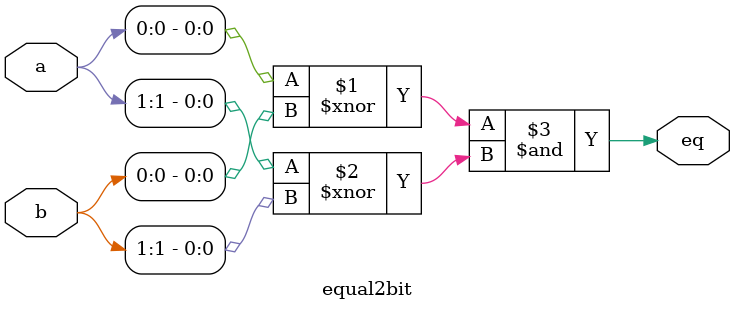
<source format=v>
`timescale 1ns / 1ps
module equal2bit(
    input [1:0] a,
    input [1:0] b,
    output eq
    );

//assign eq = (((~a[0])&(~a[1])&(~b[0])&(~b[1])) | ((~a[0])&a[1]&(~b[0])&b[1]) | (a[0]&a[1]&b[0]&b[1]) | (a[0]&(~a[1])&b[0]&(~b[1])));
assign eq = ((a[0] ~^ b[0]) & (a[1] ~^ b[1]));
endmodule

</source>
